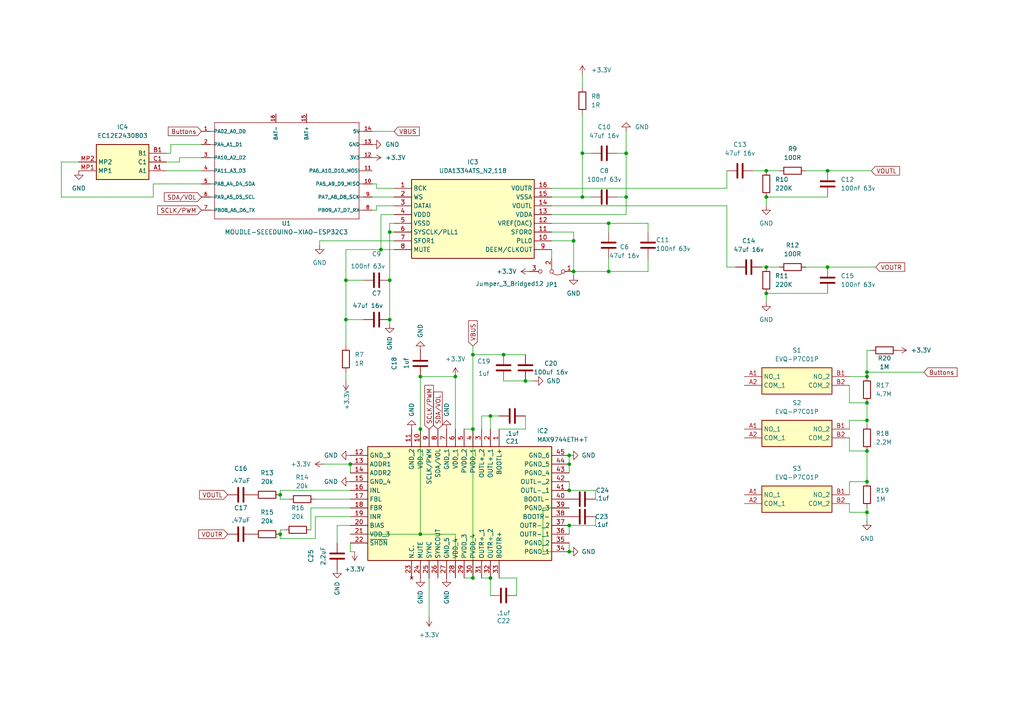
<source format=kicad_sch>
(kicad_sch (version 20231120) (generator "eeschema") (generator_version "8.0")
  (paper "A4")
  (lib_symbols
    (symbol "Device:C" (pin_numbers hide) (pin_names (offset 0.254))
      (property "Reference" "C" (at 0.635 2.54 0))
      (property "Value" "C" (at 0.635 -2.54 0))
      (symbol "C_0_1"
        (polyline (pts (xy -2.032 -0.762) (xy 2.032 -0.762)) (stroke (width 0.508)))
        (polyline (pts (xy -2.032 0.762) (xy 2.032 0.762)) (stroke (width 0.508)))
      )
      (symbol "C_1_1"
        (pin passive line (at 0 3.81 270) (length 2.794) (name "~") (number "1"))
        (pin passive line (at 0 -3.81 90) (length 2.794) (name "~") (number "2"))
      )
    )
    (symbol "Device:R" (pin_numbers hide) (pin_names (offset 0))
      (property "Reference" "R" (at 2.032 0 90))
      (property "Value" "R" (at 0 0 90))
      (symbol "R_0_1"
        (rectangle (start -1.016 -2.54) (end 1.016 2.54) (stroke (width 0.254)))
      )
      (symbol "R_1_1"
        (pin passive line (at 0 3.81 270) (length 1.27) (name "~") (number "1"))
        (pin passive line (at 0 -3.81 90) (length 1.27) (name "~") (number "2"))
      )
    )
    (symbol "Jumper:Jumper_3_Bridged12" (pin_names (offset 0) hide) (exclude_from_sim yes) (in_bom no)
      (property "Reference" "JP" (at -2.54 -2.54 0))
      (property "Value" "Jumper_3_Bridged12" (at 0 2.794 0))
      (symbol "Jumper_3_Bridged12_0_0"
        (circle (center -3.302 0) (radius 0.508))
        (circle (center 0 0) (radius 0.508))
        (circle (center 3.302 0) (radius 0.508))
      )
      (symbol "Jumper_3_Bridged12_0_1"
        (arc (start -0.254 0.508) (mid -1.651 0.9912) (end -3.048 0.508))
        (polyline (pts (xy 0 -1.27) (xy 0 -0.508)))
      )
      (symbol "Jumper_3_Bridged12_1_1"
        (pin passive line (at -6.35 0 0) (length 2.54) (name "A") (number "1"))
        (pin passive line (at 0 -3.81 90) (length 2.54) (name "C") (number "2"))
        (pin passive line (at 6.35 0 180) (length 2.54) (name "B") (number "3"))
      )
    )
    (symbol "SamacSys_Parts:EC12E2430803"
      (property "Reference" "IC" (at 21.59 7.62 0))
      (property "Value" "EC12E2430803" (at 21.59 5.08 0))
      (symbol "EC12E2430803_1_1"
        (rectangle (start 5.08 2.54) (end 20.32 -7.62) (stroke (width 0.254)) (fill (type background)))
        (pin passive line (at 0 0 0) (length 5.08) (name "A1") (number "A1"))
        (pin passive line (at 0 -5.08 0) (length 5.08) (name "B1") (number "B1"))
        (pin passive line (at 0 -2.54 0) (length 5.08) (name "C1") (number "C1"))
        (pin passive line (at 25.4 0 180) (length 5.08) (name "MP1") (number "MP1"))
        (pin passive line (at 25.4 -2.54 180) (length 5.08) (name "MP2") (number "MP2"))
      )
    )
    (symbol "SamacSys_Parts:EVQ-P7C01P"
      (property "Reference" "S" (at 26.67 7.62 0))
      (property "Value" "EVQ-P7C01P" (at 26.67 5.08 0))
      (symbol "EVQ-P7C01P_1_1"
        (rectangle (start 5.08 2.54) (end 25.4 -5.08) (stroke (width 0.254)) (fill (type background)))
        (pin passive line (at 0 0 0) (length 5.08) (name "NO_1") (number "A1"))
        (pin passive line (at 0 -2.54 0) (length 5.08) (name "COM_1") (number "A2"))
        (pin passive line (at 30.48 0 180) (length 5.08) (name "NO_2") (number "B1"))
        (pin passive line (at 30.48 -2.54 180) (length 5.08) (name "COM_2") (number "B2"))
      )
    )
    (symbol "SamacSys_Parts:MAX9744ETH+T"
      (property "Reference" "IC" (at 39.37 20.32 0))
      (property "Value" "MAX9744ETH+T" (at 39.37 17.78 0))
      (symbol "MAX9744ETH+T_1_1"
        (rectangle (start 5.08 15.24) (end 38.1 -38.1) (stroke (width 0.254)) (fill (type background)))
        (pin passive line (at 0 0 0) (length 5.08) (name "BOOTL+") (number "1"))
        (pin passive line (at 0 -22.86 0) (length 5.08) (name "VDD_2") (number "10"))
        (pin passive line (at 0 -25.4 0) (length 5.08) (name "GND_2") (number "11"))
        (pin passive line (at 7.62 -43.18 90) (length 5.08) (name "GND_3") (number "12"))
        (pin passive line (at 10.16 -43.18 90) (length 5.08) (name "ADDR1") (number "13"))
        (pin passive line (at 12.7 -43.18 90) (length 5.08) (name "ADDR2") (number "14"))
        (pin passive line (at 15.24 -43.18 90) (length 5.08) (name "GND_4") (number "15"))
        (pin passive line (at 17.78 -43.18 90) (length 5.08) (name "INL") (number "16"))
        (pin passive line (at 20.32 -43.18 90) (length 5.08) (name "FBL") (number "17"))
        (pin passive line (at 22.86 -43.18 90) (length 5.08) (name "FBR") (number "18"))
        (pin passive line (at 25.4 -43.18 90) (length 5.08) (name "INR") (number "19"))
        (pin passive line (at 0 -2.54 0) (length 5.08) (name "OUTL+_1") (number "2"))
        (pin passive line (at 27.94 -43.18 90) (length 5.08) (name "BIAS") (number "20"))
        (pin passive line (at 30.48 -43.18 90) (length 5.08) (name "VDD_3") (number "21"))
        (pin passive line (at 33.02 -43.18 90) (length 5.08) (name "~{SHDN}") (number "22"))
        (pin no_connect line (at 43.18 -25.4 180) (length 5.08) (name "N.C.") (number "23"))
        (pin passive line (at 43.18 -22.86 180) (length 5.08) (name "MUTE") (number "24"))
        (pin passive line (at 43.18 -20.32 180) (length 5.08) (name "SYNC") (number "25"))
        (pin passive line (at 43.18 -17.78 180) (length 5.08) (name "SYNCOUT") (number "26"))
        (pin passive line (at 43.18 -15.24 180) (length 5.08) (name "GND_5") (number "27"))
        (pin passive line (at 43.18 -12.7 180) (length 5.08) (name "VDD_4") (number "28"))
        (pin passive line (at 43.18 -10.16 180) (length 5.08) (name "PVDD_3") (number "29"))
        (pin passive line (at 0 -5.08 0) (length 5.08) (name "OUTL+_2") (number "3"))
        (pin passive line (at 43.18 -7.62 180) (length 5.08) (name "PVDD_4") (number "30"))
        (pin passive line (at 43.18 -5.08 180) (length 5.08) (name "OUTR+_1") (number "31"))
        (pin passive line (at 43.18 -2.54 180) (length 5.08) (name "OUTR+_2") (number "32"))
        (pin passive line (at 43.18 0 180) (length 5.08) (name "BOOTR+") (number "33"))
        (pin passive line (at 35.56 20.32 270) (length 5.08) (name "PGND_1") (number "34"))
        (pin passive line (at 33.02 20.32 270) (length 5.08) (name "PGND_2") (number "35"))
        (pin passive line (at 30.48 20.32 270) (length 5.08) (name "OUTR-_1") (number "36"))
        (pin passive line (at 27.94 20.32 270) (length 5.08) (name "OUTR-_2") (number "37"))
        (pin passive line (at 25.4 20.32 270) (length 5.08) (name "BOOTR-") (number "38"))
        (pin passive line (at 22.86 20.32 270) (length 5.08) (name "PGND_3") (number "39"))
        (pin passive line (at 0 -7.62 0) (length 5.08) (name "PVDD_1") (number "4"))
        (pin passive line (at 20.32 20.32 270) (length 5.08) (name "BOOTL-") (number "40"))
        (pin passive line (at 17.78 20.32 270) (length 5.08) (name "OUTL-_1") (number "41"))
        (pin passive line (at 15.24 20.32 270) (length 5.08) (name "OUTL-_2") (number "42"))
        (pin passive line (at 12.7 20.32 270) (length 5.08) (name "PGND_4") (number "43"))
        (pin passive line (at 10.16 20.32 270) (length 5.08) (name "PGND_5") (number "44"))
        (pin passive line (at 7.62 20.32 270) (length 5.08) (name "GND_6") (number "45"))
        (pin passive line (at 0 -10.16 0) (length 5.08) (name "PVDD_2") (number "5"))
        (pin passive line (at 0 -12.7 0) (length 5.08) (name "VDD_1") (number "6"))
        (pin passive line (at 0 -15.24 0) (length 5.08) (name "GND_1") (number "7"))
        (pin passive line (at 0 -17.78 0) (length 5.08) (name "SDA/VOL") (number "8"))
        (pin passive line (at 0 -20.32 0) (length 5.08) (name "SCLK/PWM") (number "9"))
      )
    )
    (symbol "SamacSys_Parts:MOUDLE-SEEEDUINO-XIAO-ESP32C3" (pin_names (offset 1.016))
      (property "Reference" "U" (at -21.59 15.24 0))
      (property "Value" "MOUDLE-SEEEDUINO-XIAO-ESP32C3" (at -22.352 26.416 0))
      (symbol "MOUDLE-SEEEDUINO-XIAO-ESP32C3_0_0"
        (polyline (pts (xy -21.59 -13.97) (xy -21.59 0)) (stroke (width 0.1524)))
        (polyline (pts (xy -21.59 -11.43) (xy -22.86 -11.43)) (stroke (width 0.1524)))
        (polyline (pts (xy -21.59 -7.62) (xy -22.86 -7.62)) (stroke (width 0.1524)))
        (polyline (pts (xy -21.59 -3.81) (xy -22.86 -3.81)) (stroke (width 0.1524)))
        (polyline (pts (xy -21.59 0) (xy -22.86 0)) (stroke (width 0.1524)))
        (polyline (pts (xy -21.59 0) (xy -21.59 3.81)) (stroke (width 0.1524)))
        (polyline (pts (xy -21.59 3.81) (xy -22.86 3.81)) (stroke (width 0.1524)))
        (polyline (pts (xy -21.59 3.81) (xy -21.59 7.62)) (stroke (width 0.1524)))
        (polyline (pts (xy -21.59 7.62) (xy -22.86 7.62)) (stroke (width 0.1524)))
        (polyline (pts (xy -21.59 7.62) (xy -21.59 11.43)) (stroke (width 0.1524)))
        (polyline (pts (xy -21.59 11.43) (xy -22.86 11.43)) (stroke (width 0.1524)))
        (polyline (pts (xy -21.59 11.43) (xy -21.59 13.97)) (stroke (width 0.1524)))
        (polyline (pts (xy -21.59 13.97) (xy 20.32 13.97)) (stroke (width 0.1524)))
        (polyline (pts (xy 20.32 -13.97) (xy -21.59 -13.97)) (stroke (width 0.1524)))
        (polyline (pts (xy 20.32 3.81) (xy 20.32 -13.97)) (stroke (width 0.1524)))
        (polyline (pts (xy 20.32 7.62) (xy 20.32 3.81)) (stroke (width 0.1524)))
        (polyline (pts (xy 20.32 11.43) (xy 20.32 7.62)) (stroke (width 0.1524)))
        (polyline (pts (xy 20.32 13.97) (xy 20.32 11.43)) (stroke (width 0.1524)))
        (polyline (pts (xy 21.59 -11.43) (xy 20.32 -11.43)) (stroke (width 0.1524)))
        (polyline (pts (xy 21.59 -7.62) (xy 20.32 -7.62)) (stroke (width 0.1524)))
        (polyline (pts (xy 21.59 -3.81) (xy 20.32 -3.81)) (stroke (width 0.1524)))
        (polyline (pts (xy 21.59 0) (xy 20.32 0)) (stroke (width 0.1524)))
        (polyline (pts (xy 21.59 3.81) (xy 20.32 3.81)) (stroke (width 0.1524)))
        (polyline (pts (xy 21.59 7.62) (xy 20.32 7.62)) (stroke (width 0.1524)))
        (polyline (pts (xy 21.59 11.43) (xy 20.32 11.43)) (stroke (width 0.1524)))
        (pin bidirectional line (at -25.4 11.43 0) (length 2.54) (name "PA02_A0_D0") (number "1"))
        (pin bidirectional line (at 24.13 -3.81 180) (length 2.54) (name "PA5_A9_D9_MISO") (number "10"))
        (pin bidirectional line (at 24.13 0 180) (length 2.54) (name "PA6_A10_D10_MOSI") (number "11"))
        (pin bidirectional line (at 24.13 3.81 180) (length 2.54) (name "3V3") (number "12"))
        (pin bidirectional line (at 24.13 7.62 180) (length 2.54) (name "GND") (number "13"))
        (pin bidirectional line (at 24.13 11.43 180) (length 2.54) (name "5V") (number "14"))
        (pin bidirectional line (at -25.4 7.62 0) (length 2.54) (name "PA4_A1_D1") (number "2"))
        (pin bidirectional line (at -25.4 3.81 0) (length 2.54) (name "PA10_A2_D2") (number "3"))
        (pin bidirectional line (at -25.4 0 0) (length 2.54) (name "PA11_A3_D3") (number "4"))
        (pin bidirectional line (at -25.4 -3.81 0) (length 2.54) (name "PA8_A4_D4_SDA") (number "5"))
        (pin bidirectional line (at -25.4 -7.62 0) (length 2.54) (name "PA9_A5_D5_SCL") (number "6"))
        (pin bidirectional line (at -25.4 -11.43 0) (length 2.54) (name "PB08_A6_D6_TX") (number "7"))
        (pin bidirectional line (at 24.13 -11.43 180) (length 2.54) (name "PB09_A7_D7_RX") (number "8"))
        (pin bidirectional line (at 24.13 -7.62 180) (length 2.54) (name "PA7_A8_D8_SCK") (number "9"))
      )
      (symbol "MOUDLE-SEEEDUINO-XIAO-ESP32C3_1_0"
        (pin bidirectional line (at 5.08 16.51 270) (length 2.54) (name "BAT+") (number "15"))
        (pin bidirectional line (at -3.81 16.51 270) (length 2.54) (name "BAT-") (number "16"))
      )
    )
    (symbol "SamacSys_Parts:UDA1334ATS_N2,118"
      (property "Reference" "IC" (at 41.91 7.62 0))
      (property "Value" "UDA1334ATS_N2,118" (at 41.91 5.08 0))
      (symbol "UDA1334ATS_N2,118_1_1"
        (rectangle (start 5.08 2.54) (end 40.64 -20.32) (stroke (width 0.254)) (fill (type background)))
        (pin passive line (at 0 0 0) (length 5.08) (name "BCK") (number "1"))
        (pin passive line (at 45.72 -15.24 180) (length 5.08) (name "PLL0") (number "10"))
        (pin passive line (at 45.72 -12.7 180) (length 5.08) (name "SFOR0") (number "11"))
        (pin passive line (at 45.72 -10.16 180) (length 5.08) (name "VREF(DAC)") (number "12"))
        (pin passive line (at 45.72 -7.62 180) (length 5.08) (name "VDDA") (number "13"))
        (pin passive line (at 45.72 -5.08 180) (length 5.08) (name "VOUTL") (number "14"))
        (pin passive line (at 45.72 -2.54 180) (length 5.08) (name "VSSA") (number "15"))
        (pin passive line (at 45.72 0 180) (length 5.08) (name "VOUTR") (number "16"))
        (pin passive line (at 0 -2.54 0) (length 5.08) (name "WS") (number "2"))
        (pin passive line (at 0 -5.08 0) (length 5.08) (name "DATAI") (number "3"))
        (pin passive line (at 0 -7.62 0) (length 5.08) (name "VDDD") (number "4"))
        (pin passive line (at 0 -10.16 0) (length 5.08) (name "VSSD") (number "5"))
        (pin passive line (at 0 -12.7 0) (length 5.08) (name "SYSCLK/PLL1") (number "6"))
        (pin passive line (at 0 -15.24 0) (length 5.08) (name "SFOR1") (number "7"))
        (pin passive line (at 0 -17.78 0) (length 5.08) (name "MUTE") (number "8"))
        (pin passive line (at 45.72 -17.78 180) (length 5.08) (name "DEEM/CLKOUT") (number "9"))
      )
    )
    (symbol "power:+3.3V" (power) (pin_numbers hide) (pin_names (offset 0) hide)
      (property "Value" "+3.3V" (at 0 3.556 0))
      (symbol "+3.3V_0_1"
        (polyline (pts (xy -0.762 1.27) (xy 0 2.54)))
        (polyline (pts (xy 0 0) (xy 0 2.54)))
        (polyline (pts (xy 0 2.54) (xy 0.762 1.27)))
      )
      (symbol "+3.3V_1_1"
        (pin power_in line (at 0 0 90) (length 0) (name "~") (number "1"))
      )
    )
    (symbol "power:GND" (power) (pin_numbers hide) (pin_names (offset 0) hide)
      (property "Value" "GND" (at 0 -3.81 0))
      (symbol "GND_0_1"
        (polyline (pts (xy 0 0) (xy 0 -1.27) (xy 1.27 -1.27) (xy 0 -2.54) (xy -1.27 -1.27) (xy 0 -1.27)))
      )
      (symbol "GND_1_1"
        (pin power_in line (at 0 0 270) (length 0) (name "~") (number "1"))
      )
    )
  )
  (junction (at 240.03 49.53))
  (junction (at 165.1 152.4))
  (junction (at 222.25 77.47))
  (junction (at 121.92 124.46))
  (junction (at 146.05 102.87))
  (junction (at 121.92 109.22))
  (junction (at 165.1 132.08))
  (junction (at 137.16 102.87))
  (junction (at 222.25 57.15))
  (junction (at 251.46 109.22))
  (junction (at 121.92 154.94))
  (junction (at 152.4 110.49))
  (junction (at 181.61 44.45))
  (junction (at 251.46 107.95))
  (junction (at 142.24 167.64))
  (junction (at 81.28 143.51))
  (junction (at 168.91 44.45))
  (junction (at 113.03 92.71))
  (junction (at 110.49 72.39))
  (junction (at 176.53 78.74))
  (junction (at 113.03 81.28))
  (junction (at 165.1 160.02))
  (junction (at 166.37 78.74))
  (junction (at 181.61 57.15))
  (junction (at 137.16 167.64))
  (junction (at 222.25 85.09))
  (junction (at 142.24 120.65))
  (junction (at 165.1 134.62))
  (junction (at 251.46 139.7))
  (junction (at 132.08 109.22))
  (junction (at 166.37 69.85))
  (junction (at 168.91 57.15))
  (junction (at 251.46 130.81))
  (junction (at 165.1 142.24))
  (junction (at 222.25 49.53))
  (junction (at 176.53 64.77))
  (junction (at 101.6 134.62))
  (junction (at 251.46 116.84))
  (junction (at 251.46 148.59))
  (junction (at 240.03 77.47))
  (junction (at 251.46 121.92))
  (junction (at 81.28 154.94))
  (junction (at 100.33 92.71))
  (junction (at 113.03 67.31))
  (junction (at 137.16 124.46))
  (junction (at 100.33 81.28))
  (wire (pts (xy 134.62 124.46) (xy 137.16 124.46)))
  (wire (pts (xy 246.38 127) (xy 246.38 130.81)))
  (wire (pts (xy 48.26 44.45) (xy 49.53 44.45)))
  (wire (pts (xy 101.6 137.16) (xy 101.6 134.62)))
  (wire (pts (xy 251.46 123.19) (xy 251.46 121.92)))
  (wire (pts (xy 187.96 74.93) (xy 187.96 78.74)))
  (wire (pts (xy 146.05 102.87) (xy 152.4 102.87)))
  (wire (pts (xy 139.7 167.64) (xy 142.24 167.64)))
  (wire (pts (xy 220.98 77.47) (xy 222.25 77.47)))
  (wire (pts (xy 246.38 109.22) (xy 251.46 109.22)))
  (wire (pts (xy 100.33 110.49) (xy 100.33 107.95)))
  (wire (pts (xy 81.28 156.21) (xy 81.28 154.94)))
  (wire (pts (xy 210.82 77.47) (xy 213.36 77.47)))
  (wire (pts (xy 101.6 149.86) (xy 91.44 149.86)))
  (wire (pts (xy 107.95 57.15) (xy 114.3 57.15)))
  (wire (pts (xy 152.4 124.46) (xy 152.4 120.65)))
  (wire (pts (xy 100.33 72.39) (xy 100.33 81.28)))
  (wire (pts (xy 166.37 78.74) (xy 166.37 80.01)))
  (wire (pts (xy 246.38 130.81) (xy 251.46 130.81)))
  (wire (pts (xy 251.46 107.95) (xy 251.46 109.22)))
  (wire (pts (xy 101.6 157.48) (xy 101.6 160.02)))
  (wire (pts (xy 101.6 152.4) (xy 97.79 152.4)))
  (wire (pts (xy 172.72 152.4) (xy 172.72 149.86)))
  (wire (pts (xy 82.55 153.67) (xy 81.28 153.67)))
  (wire (pts (xy 160.02 54.61) (xy 210.82 54.61)))
  (wire (pts (xy 113.03 81.28) (xy 113.03 92.71)))
  (wire (pts (xy 210.82 59.69) (xy 210.82 77.47)))
  (wire (pts (xy 149.86 167.64) (xy 144.78 167.64)))
  (wire (pts (xy 246.38 143.51) (xy 246.38 139.7)))
  (wire (pts (xy 93.98 134.62) (xy 101.6 134.62)))
  (wire (pts (xy 222.25 77.47) (xy 226.06 77.47)))
  (wire (pts (xy 176.53 64.77) (xy 187.96 64.77)))
  (wire (pts (xy 92.71 69.85) (xy 92.71 71.12)))
  (wire (pts (xy 160.02 72.39) (xy 160.02 74.93)))
  (wire (pts (xy 160.02 59.69) (xy 210.82 59.69)))
  (wire (pts (xy 154.94 110.49) (xy 152.4 110.49)))
  (wire (pts (xy 251.46 147.32) (xy 251.46 148.59)))
  (wire (pts (xy 166.37 69.85) (xy 166.37 78.74)))
  (wire (pts (xy 246.38 124.46) (xy 246.38 121.92)))
  (wire (pts (xy 165.1 132.08) (xy 165.1 134.62)))
  (wire (pts (xy 17.78 57.15) (xy 44.45 57.15)))
  (wire (pts (xy 134.62 167.64) (xy 137.16 167.64)))
  (wire (pts (xy 110.49 72.39) (xy 110.49 62.23)))
  (wire (pts (xy 101.6 142.24) (xy 81.28 142.24)))
  (wire (pts (xy 101.6 160.02) (xy 102.87 160.02)))
  (wire (pts (xy 168.91 44.45) (xy 171.45 44.45)))
  (wire (pts (xy 109.22 54.61) (xy 109.22 53.34)))
  (wire (pts (xy 132.08 109.22) (xy 121.92 109.22)))
  (wire (pts (xy 172.72 142.24) (xy 165.1 142.24)))
  (wire (pts (xy 132.08 154.94) (xy 121.92 154.94)))
  (wire (pts (xy 168.91 57.15) (xy 171.45 57.15)))
  (wire (pts (xy 166.37 78.74) (xy 176.53 78.74)))
  (wire (pts (xy 113.03 67.31) (xy 113.03 64.77)))
  (wire (pts (xy 187.96 78.74) (xy 176.53 78.74)))
  (wire (pts (xy 240.03 77.47) (xy 254 77.47)))
  (wire (pts (xy 101.6 154.94) (xy 121.92 154.94)))
  (wire (pts (xy 160.02 69.85) (xy 166.37 69.85)))
  (wire (pts (xy 121.92 124.46) (xy 121.92 154.94)))
  (wire (pts (xy 246.38 121.92) (xy 251.46 121.92)))
  (wire (pts (xy 107.95 38.1) (xy 114.3 38.1)))
  (wire (pts (xy 168.91 44.45) (xy 168.91 57.15)))
  (wire (pts (xy 222.25 57.15) (xy 240.03 57.15)))
  (wire (pts (xy 142.24 167.64) (xy 142.24 172.72)))
  (wire (pts (xy 114.3 69.85) (xy 92.71 69.85)))
  (wire (pts (xy 44.45 57.15) (xy 44.45 53.34)))
  (wire (pts (xy 165.1 147.32) (xy 157.48 147.32)))
  (wire (pts (xy 114.3 54.61) (xy 109.22 54.61)))
  (wire (pts (xy 222.25 49.53) (xy 226.06 49.53)))
  (wire (pts (xy 44.45 53.34) (xy 58.42 53.34)))
  (wire (pts (xy 100.33 81.28) (xy 105.41 81.28)))
  (wire (pts (xy 139.7 120.65) (xy 142.24 120.65)))
  (wire (pts (xy 109.22 60.96) (xy 109.22 59.69)))
  (wire (pts (xy 132.08 109.22) (xy 132.08 124.46)))
  (wire (pts (xy 113.03 93.98) (xy 113.03 92.71)))
  (wire (pts (xy 146.05 110.49) (xy 152.4 110.49)))
  (wire (pts (xy 251.46 130.81) (xy 251.46 139.7)))
  (wire (pts (xy 49.53 44.45) (xy 49.53 41.91)))
  (wire (pts (xy 137.16 102.87) (xy 137.16 124.46)))
  (wire (pts (xy 246.38 146.05) (xy 246.38 148.59)))
  (wire (pts (xy 113.03 64.77) (xy 114.3 64.77)))
  (wire (pts (xy 176.53 64.77) (xy 176.53 67.31)))
  (wire (pts (xy 181.61 44.45) (xy 179.07 44.45)))
  (wire (pts (xy 168.91 33.02) (xy 168.91 44.45)))
  (wire (pts (xy 124.46 179.07) (xy 124.46 167.64)))
  (wire (pts (xy 83.82 144.78) (xy 81.28 144.78)))
  (wire (pts (xy 160.02 67.31) (xy 166.37 67.31)))
  (wire (pts (xy 181.61 38.1) (xy 181.61 44.45)))
  (wire (pts (xy 181.61 62.23) (xy 160.02 62.23)))
  (wire (pts (xy 251.46 101.6) (xy 251.46 107.95)))
  (wire (pts (xy 100.33 100.33) (xy 100.33 92.71)))
  (wire (pts (xy 90.17 147.32) (xy 101.6 147.32)))
  (wire (pts (xy 81.28 144.78) (xy 81.28 143.51)))
  (wire (pts (xy 137.16 102.87) (xy 146.05 102.87)))
  (wire (pts (xy 81.28 142.24) (xy 81.28 143.51)))
  (wire (pts (xy 22.86 46.99) (xy 17.78 46.99)))
  (wire (pts (xy 149.86 172.72) (xy 149.86 167.64)))
  (wire (pts (xy 91.44 149.86) (xy 91.44 156.21)))
  (wire (pts (xy 100.33 81.28) (xy 100.33 92.71)))
  (wire (pts (xy 181.61 57.15) (xy 181.61 62.23)))
  (wire (pts (xy 168.91 21.59) (xy 168.91 25.4)))
  (wire (pts (xy 109.22 53.34) (xy 107.95 53.34)))
  (wire (pts (xy 144.78 124.46) (xy 152.4 124.46)))
  (wire (pts (xy 187.96 64.77) (xy 187.96 67.31)))
  (wire (pts (xy 165.1 134.62) (xy 165.1 137.16)))
  (wire (pts (xy 48.26 49.53) (xy 58.42 49.53)))
  (wire (pts (xy 166.37 67.31) (xy 166.37 69.85)))
  (wire (pts (xy 246.38 116.84) (xy 251.46 116.84)))
  (wire (pts (xy 114.3 67.31) (xy 113.03 67.31)))
  (wire (pts (xy 246.38 111.76) (xy 246.38 116.84)))
  (wire (pts (xy 233.68 49.53) (xy 240.03 49.53)))
  (wire (pts (xy 90.17 153.67) (xy 90.17 147.32)))
  (wire (pts (xy 251.46 107.95) (xy 267.97 107.95)))
  (wire (pts (xy 142.24 124.46) (xy 142.24 120.65)))
  (wire (pts (xy 114.3 59.69) (xy 109.22 59.69)))
  (wire (pts (xy 165.1 152.4) (xy 165.1 154.94)))
  (wire (pts (xy 121.92 109.22) (xy 121.92 124.46)))
  (wire (pts (xy 157.48 147.32) (xy 157.48 160.02)))
  (wire (pts (xy 52.07 45.72) (xy 58.42 45.72)))
  (wire (pts (xy 137.16 100.33) (xy 137.16 102.87)))
  (wire (pts (xy 17.78 46.99) (xy 17.78 57.15)))
  (wire (pts (xy 52.07 46.99) (xy 52.07 45.72)))
  (wire (pts (xy 218.44 49.53) (xy 222.25 49.53)))
  (wire (pts (xy 139.7 124.46) (xy 139.7 120.65)))
  (wire (pts (xy 81.28 153.67) (xy 81.28 154.94)))
  (wire (pts (xy 181.61 44.45) (xy 181.61 57.15)))
  (wire (pts (xy 49.53 41.91) (xy 58.42 41.91)))
  (wire (pts (xy 100.33 92.71) (xy 105.41 92.71)))
  (wire (pts (xy 165.1 139.7) (xy 165.1 142.24)))
  (wire (pts (xy 100.33 72.39) (xy 110.49 72.39)))
  (wire (pts (xy 101.6 144.78) (xy 91.44 144.78)))
  (wire (pts (xy 142.24 120.65) (xy 144.78 120.65)))
  (wire (pts (xy 160.02 64.77) (xy 176.53 64.77)))
  (wire (pts (xy 113.03 67.31) (xy 113.03 81.28)))
  (wire (pts (xy 172.72 144.78) (xy 172.72 142.24)))
  (wire (pts (xy 233.68 77.47) (xy 240.03 77.47)))
  (wire (pts (xy 246.38 139.7) (xy 251.46 139.7)))
  (wire (pts (xy 246.38 148.59) (xy 251.46 148.59)))
  (wire (pts (xy 252.73 101.6) (xy 251.46 101.6)))
  (wire (pts (xy 251.46 148.59) (xy 251.46 151.13)))
  (wire (pts (xy 176.53 74.93) (xy 176.53 78.74)))
  (wire (pts (xy 48.26 46.99) (xy 52.07 46.99)))
  (wire (pts (xy 222.25 85.09) (xy 240.03 85.09)))
  (wire (pts (xy 165.1 157.48) (xy 165.1 160.02)))
  (wire (pts (xy 97.79 152.4) (xy 97.79 157.48)))
  (wire (pts (xy 181.61 57.15) (xy 179.07 57.15)))
  (wire (pts (xy 137.16 124.46) (xy 137.16 167.64)))
  (wire (pts (xy 240.03 49.53) (xy 252.73 49.53)))
  (wire (pts (xy 210.82 54.61) (xy 210.82 49.53)))
  (wire (pts (xy 222.25 87.63) (xy 222.25 85.09)))
  (wire (pts (xy 132.08 167.64) (xy 132.08 154.94)))
  (wire (pts (xy 157.48 160.02) (xy 165.1 160.02)))
  (wire (pts (xy 222.25 59.69) (xy 222.25 57.15)))
  (wire (pts (xy 81.28 156.21) (xy 91.44 156.21)))
  (wire (pts (xy 109.22 60.96) (xy 107.95 60.96)))
  (wire (pts (xy 168.91 57.15) (xy 160.02 57.15)))
  (wire (pts (xy 251.46 121.92) (xy 251.46 116.84)))
  (wire (pts (xy 165.1 152.4) (xy 172.72 152.4)))
  (wire (pts (xy 110.49 62.23) (xy 114.3 62.23)))
  (wire (pts (xy 114.3 72.39) (xy 110.49 72.39)))
  (global_label "VOUTR" (shape input) (at 254 77.47 0) (property "Intersheetrefs" "${INTERSHEET_REFS}" (effects (hide yes))))
  (global_label "SCLK/PWM" (shape input) (at 124.46 124.46 90) (property "Intersheetrefs" "${INTERSHEET_REFS}" (effects (hide yes))))
  (global_label "VOUTR" (shape input) (at 66.04 154.94 180) (property "Intersheetrefs" "${INTERSHEET_REFS}" (effects (hide yes))))
  (global_label "VOUTL" (shape input) (at 252.73 49.53 0) (property "Intersheetrefs" "${INTERSHEET_REFS}" (effects (hide yes))))
  (global_label "VBUS" (shape input) (at 114.3 38.1 0) (property "Intersheetrefs" "${INTERSHEET_REFS}" (effects (hide yes))))
  (global_label "VOUTL" (shape input) (at 66.04 143.51 180) (property "Intersheetrefs" "${INTERSHEET_REFS}" (effects (hide yes))))
  (global_label "Buttons" (shape input) (at 267.97 107.95 0) (property "Intersheetrefs" "${INTERSHEET_REFS}" (effects (hide yes))))
  (global_label "SDA/VOL" (shape input) (at 127 124.46 90) (property "Intersheetrefs" "${INTERSHEET_REFS}" (effects (hide yes))))
  (global_label "SDA/VOL" (shape input) (at 58.42 57.15 180) (property "Intersheetrefs" "${INTERSHEET_REFS}" (effects (hide yes))))
  (global_label "Buttons" (shape input) (at 58.42 38.1 180) (property "Intersheetrefs" "${INTERSHEET_REFS}" (effects (hide yes))))
  (global_label "VBUS" (shape input) (at 137.16 100.33 90) (property "Intersheetrefs" "${INTERSHEET_REFS}" (effects (hide yes))))
  (global_label "SCLK/PWM" (shape input) (at 58.42 60.96 180) (property "Intersheetrefs" "${INTERSHEET_REFS}" (effects (hide yes))))
  (symbol (lib_id "Device:C") (at 240.03 53.34 180) (unit 1)
    (property "Reference" "C12" (at 243.84 52.0699 0) (effects (justify right)))
    (property "Value" "100nf 63v" (at 243.84 54.6099 0) (effects (justify right)))
    (property "Footprint" "Capacitor_SMD:C_0805_2012Metric" (effects (hide yes)))
    (property "Description" "Unpolarized capacitor" (effects (hide yes)))
  )
  (symbol (lib_id "Device:C") (at 148.59 120.65 270) (unit 1)
    (property "Reference" "C21" (at 148.59 128.016 90))
    (property "Value" ".1uf" (at 148.59 125.73 90))
    (property "Footprint" "Capacitor_SMD:C_0805_2012Metric" (effects (hide yes)))
    (property "Description" "Unpolarized capacitor" (effects (hide yes)))
  )
  (symbol (lib_id "power:GND") (at 181.61 38.1 180) (unit 1)
    (property "Reference" "#PWR015" (effects (hide yes)))
    (property "Value" "GND" (at 184.15 36.8299 0) (effects (justify right)))
    (property "Description" "Power symbol creates a global label with name \"GND\" , ground" (effects (hide yes)))
  )
  (symbol (lib_id "power:GND") (at 101.6 132.08 270) (unit 1)
    (property "Reference" "#PWR028" (effects (hide yes)))
    (property "Value" "GND" (at 98.044 132.08 90) (effects (justify right)))
    (property "Description" "Power symbol creates a global label with name \"GND\" , ground" (effects (hide yes)))
  )
  (symbol (lib_id "power:GND") (at 165.1 160.02 90) (unit 1)
    (property "Reference" "#PWR024" (effects (hide yes)))
    (property "Value" "GND" (at 168.656 160.02 90) (effects (justify right)))
    (property "Description" "Power symbol creates a global label with name \"GND\" , ground" (effects (hide yes)))
  )
  (symbol (lib_id "power:GND") (at 222.25 59.69 0) (unit 1)
    (property "Reference" "#PWR018" (effects (hide yes)))
    (property "Value" "GND" (at 222.25 64.77 0))
    (property "Description" "Power symbol creates a global label with name \"GND\" , ground" (effects (hide yes)))
  )
  (symbol (lib_id "power:GND") (at 101.6 139.7 270) (unit 1)
    (property "Reference" "#PWR030" (effects (hide yes)))
    (property "Value" "GND" (at 98.044 139.7 90) (effects (justify right)))
    (property "Description" "Power symbol creates a global label with name \"GND\" , ground" (effects (hide yes)))
  )
  (symbol (lib_id "Device:C") (at 175.26 44.45 90) (unit 1)
    (property "Reference" "C10" (at 175.26 36.83 90))
    (property "Value" "47uf 16v" (at 175.26 39.37 90))
    (property "Footprint" "Capacitor_SMD:C_1210_3225Metric" (effects (hide yes)))
    (property "Description" "Unpolarized capacitor" (effects (hide yes)))
  )
  (symbol (lib_id "Device:C") (at 168.91 149.86 90) (unit 1)
    (property "Reference" "C23" (at 174.498 149.86 90))
    (property "Value" ".1uf" (at 174.498 152.146 90))
    (property "Footprint" "Capacitor_SMD:C_0805_2012Metric" (effects (hide yes)))
    (property "Description" "Unpolarized capacitor" (effects (hide yes)))
  )
  (symbol (lib_id "power:+3.3V") (at 100.33 110.49 180) (unit 1)
    (property "Reference" "#PWR013" (effects (hide yes)))
    (property "Value" "+3.3V" (at 100.584 113.03 90) (effects (justify left)))
    (property "Description" "Power symbol creates a global label with name \"+3.3V\"" (effects (hide yes)))
  )
  (symbol (lib_id "power:+3.3V") (at 153.67 78.74 90) (unit 1)
    (property "Reference" "#PWR017" (effects (hide yes)))
    (property "Value" "+3.3V" (at 149.86 78.7399 90) (effects (justify left)))
    (property "Description" "Power symbol creates a global label with name \"+3.3V\"" (effects (hide yes)))
  )
  (symbol (lib_id "Device:C") (at 214.63 49.53 90) (unit 1)
    (property "Reference" "C13" (at 214.63 41.91 90))
    (property "Value" "47uf 16v" (at 214.63 44.45 90))
    (property "Footprint" "Capacitor_SMD:C_1210_3225Metric" (effects (hide yes)))
    (property "Description" "Unpolarized capacitor" (effects (hide yes)))
  )
  (symbol (lib_id "power:GND") (at 154.94 110.49 90) (unit 1)
    (property "Reference" "#PWR022" (effects (hide yes)))
    (property "Value" "GND" (at 158.496 110.49 90) (effects (justify right)))
    (property "Description" "Power symbol creates a global label with name \"GND\" , ground" (effects (hide yes)))
  )
  (symbol (lib_id "Device:C") (at 175.26 57.15 90) (unit 1)
    (property "Reference" "C8" (at 175.26 49.53 90))
    (property "Value" "100nf 63v" (at 175.26 52.07 90))
    (property "Footprint" "Capacitor_SMD:C_0805_2012Metric" (effects (hide yes)))
    (property "Description" "Unpolarized capacitor" (effects (hide yes)))
  )
  (symbol (lib_id "power:GND") (at 166.37 80.01 0) (unit 1)
    (property "Reference" "#PWR012" (effects (hide yes)))
    (property "Value" "GND" (at 166.37 85.09 0))
    (property "Description" "Power symbol creates a global label with name \"GND\" , ground" (effects (hide yes)))
  )
  (symbol (lib_id "power:GND") (at 22.86 49.53 0) (unit 1)
    (property "Reference" "#PWR037" (effects (hide yes)))
    (property "Value" "GND" (at 22.86 54.61 0))
    (property "Description" "Power symbol creates a global label with name \"GND\" , ground" (effects (hide yes)))
  )
  (symbol (lib_id "power:+3.3V") (at 93.98 134.62 90) (unit 1)
    (property "Reference" "#PWR031" (effects (hide yes)))
    (property "Value" "+3.3V" (at 90.17 134.6199 90) (effects (justify left)))
    (property "Description" "Power symbol creates a global label with name \"+3.3V\"" (effects (hide yes)))
  )
  (symbol (lib_id "power:GND") (at 119.38 124.46 180) (unit 1)
    (property "Reference" "#PWR027" (effects (hide yes)))
    (property "Value" "GND" (at 119.38 120.904 90) (effects (justify right)))
    (property "Description" "Power symbol creates a global label with name \"GND\" , ground" (effects (hide yes)))
  )
  (symbol (lib_id "Device:R") (at 87.63 144.78 90) (unit 1)
    (property "Reference" "R14" (at 87.63 138.43 90))
    (property "Value" "20k" (at 87.63 140.97 90))
    (property "Footprint" "Resistor_SMD:R_0805_2012Metric" (effects (hide yes)))
    (property "Description" "Resistor" (effects (hide yes)))
  )
  (symbol (lib_id "Device:R") (at 256.54 101.6 270) (unit 1)
    (property "Reference" "R20" (at 256.54 103.886 90))
    (property "Value" "1M" (at 256.54 106.426 90))
    (property "Footprint" "Resistor_SMD:R_0805_2012Metric" (effects (hide yes)))
    (property "Description" "Resistor" (effects (hide yes)))
  )
  (symbol (lib_id "Device:C") (at 176.53 71.12 180) (unit 1)
    (property "Reference" "C6" (at 181.102 71.628 0))
    (property "Value" "47uf 16v" (at 181.102 74.168 0))
    (property "Footprint" "Capacitor_SMD:C_1210_3225Metric" (effects (hide yes)))
    (property "Description" "Unpolarized capacitor" (effects (hide yes)))
  )
  (symbol (lib_id "power:+3.3V") (at 124.46 179.07 180) (unit 1)
    (property "Reference" "#PWR034" (effects (hide yes)))
    (property "Value" "+3.3V" (at 124.46 184.15 0))
    (property "Description" "Power symbol creates a global label with name \"+3.3V\"" (effects (hide yes)))
  )
  (symbol (lib_id "power:GND") (at 121.92 101.6 180) (unit 1)
    (property "Reference" "#PWR020" (effects (hide yes)))
    (property "Value" "GND" (at 121.92 98.044 90) (effects (justify right)))
    (property "Description" "Power symbol creates a global label with name \"GND\" , ground" (effects (hide yes)))
  )
  (symbol (lib_id "SamacSys_Parts:EC12E2430803") (at 48.26 49.53 180) (unit 1)
    (property "Reference" "IC4" (at 35.56 36.83 0))
    (property "Value" "EC12E2430803" (at 35.56 39.37 0))
    (property "Footprint" "EC12E2430803" (effects (hide yes)))
    (property "Datasheet" "https://componentsearchengine.com/Datasheets/2/EC12E2430803.pdf" (effects (hide yes)))
    (property "Description" "Encoders 5 Volts Through Hole" (effects (hide yes)))
    (property "Height" "25" (effects (hide yes)))
    (property "Manufacturer_Name" "ALPS Electric" (effects (hide yes)))
    (property "Manufacturer_Part_Number" "EC12E2430803" (effects (hide yes)))
    (property "Mouser Part Number" "688-EC12E2430803" (effects (hide yes)))
    (property "Mouser Price/Stock" "https://www.mouser.co.uk/ProductDetail/ALPS/EC12E2430803?qs=PoKhxlfUXjJZ4F8eCYnwbw%3D%3D" (effects (hide yes)))
  )
  (symbol (lib_id "power:+3.3V") (at 107.95 45.72 270) (unit 1)
    (property "Reference" "#PWR03" (effects (hide yes)))
    (property "Value" "+3.3V" (at 111.76 45.7199 90) (effects (justify left)))
    (property "Description" "Power symbol creates a global label with name \"+3.3V\"" (effects (hide yes)))
  )
  (symbol (lib_id "power:GND") (at 251.46 151.13 0) (unit 1)
    (property "Reference" "#PWR035" (effects (hide yes)))
    (property "Value" "GND" (at 251.46 156.21 0))
    (property "Description" "Power symbol creates a global label with name \"GND\" , ground" (effects (hide yes)))
  )
  (symbol (lib_id "Device:C") (at 146.05 172.72 270) (unit 1)
    (property "Reference" "C22" (at 146.05 180.086 90))
    (property "Value" ".1uf" (at 146.05 177.8 90))
    (property "Footprint" "Capacitor_SMD:C_0805_2012Metric" (effects (hide yes)))
    (property "Description" "Unpolarized capacitor" (effects (hide yes)))
  )
  (symbol (lib_id "Device:R") (at 251.46 127 180) (unit 1)
    (property "Reference" "R18" (at 254 125.7299 0) (effects (justify right)))
    (property "Value" "2.2M" (at 254 128.2699 0) (effects (justify right)))
    (property "Footprint" "Resistor_SMD:R_0805_2012Metric" (effects (hide yes)))
    (property "Description" "Resistor" (effects (hide yes)))
  )
  (symbol (lib_id "power:GND") (at 92.71 71.12 0) (unit 1)
    (property "Reference" "#PWR02" (effects (hide yes)))
    (property "Value" "GND" (at 92.71 76.2 0))
    (property "Description" "Power symbol creates a global label with name \"GND\" , ground" (effects (hide yes)))
  )
  (symbol (lib_id "Device:R") (at 251.46 143.51 180) (unit 1)
    (property "Reference" "R19" (at 254 142.2399 0) (effects (justify right)))
    (property "Value" "1M" (at 254 144.7799 0) (effects (justify right)))
    (property "Footprint" "Resistor_SMD:R_0805_2012Metric" (effects (hide yes)))
    (property "Description" "Resistor" (effects (hide yes)))
  )
  (symbol (lib_id "Device:C") (at 187.96 71.12 180) (unit 1)
    (property "Reference" "C11" (at 190.246 69.596 0) (effects (justify right)))
    (property "Value" "100nf 63v" (at 190.246 72.136 0) (effects (justify right)))
    (property "Footprint" "Capacitor_SMD:C_0805_2012Metric" (effects (hide yes)))
    (property "Description" "Unpolarized capacitor" (effects (hide yes)))
  )
  (symbol (lib_id "Device:R") (at 229.87 49.53 90) (unit 1)
    (property "Reference" "R9" (at 229.87 43.18 90))
    (property "Value" "100R" (at 229.87 45.72 90))
    (property "Footprint" "Resistor_SMD:R_0805_2012Metric" (effects (hide yes)))
    (property "Description" "Resistor" (effects (hide yes)))
  )
  (symbol (lib_id "power:GND") (at 121.92 167.64 0) (unit 1)
    (property "Reference" "#PWR033" (effects (hide yes)))
    (property "Value" "GND" (at 121.92 171.196 90) (effects (justify right)))
    (property "Description" "Power symbol creates a global label with name \"GND\" , ground" (effects (hide yes)))
  )
  (symbol (lib_id "Device:C") (at 109.22 81.28 90) (unit 1)
    (property "Reference" "C9" (at 109.22 73.66 90))
    (property "Value" "100nf 63v" (at 106.68 77.216 90))
    (property "Footprint" "Capacitor_SMD:C_0805_2012Metric" (effects (hide yes)))
    (property "Description" "Unpolarized capacitor" (effects (hide yes)))
  )
  (symbol (lib_id "Device:C") (at 217.17 77.47 90) (unit 1)
    (property "Reference" "C14" (at 217.17 69.85 90))
    (property "Value" "47uf 16v" (at 217.17 72.39 90))
    (property "Footprint" "Capacitor_SMD:C_1210_3225Metric" (effects (hide yes)))
    (property "Description" "Unpolarized capacitor" (effects (hide yes)))
  )
  (symbol (lib_id "SamacSys_Parts:EVQ-P7C01P") (at 215.9 109.22 0) (unit 1)
    (property "Reference" "S1" (at 231.14 101.6 0))
    (property "Value" "EVQ-P7C01P" (at 231.14 104.14 0))
    (property "Footprint" "EVQP7C01P" (effects (hide yes)))
    (property "Datasheet" "https://industry.panasonic.com/global/en/downloads?tab=catalog&small_g_cd=203&part_no=EVQP7C01P" (effects (hide yes)))
    (property "Description" "Black Side Tactile Switch, SPST 50 mA@ 12 V dc 1.7mm" (effects (hide yes)))
    (property "Height" "1.45" (effects (hide yes)))
    (property "Manufacturer_Name" "Panasonic" (effects (hide yes)))
    (property "Manufacturer_Part_Number" "EVQ-P7C01P" (effects (hide yes)))
    (property "Mouser Part Number" "667-EVQP7C01P" (effects (hide yes)))
    (property "Mouser Price/Stock" "https://www.mouser.co.uk/ProductDetail/Panasonic/EVQ-P7C01P?qs=tfZGHB2PWd3p60%252BRGfXz%252Bg%3D%3D" (effects (hide yes)))
    (property "Arrow Part Number" "EVQ-P7C01P" (effects (hide yes)))
    (property "Arrow Price/Stock" "https://www.arrow.com/en/products/evqp7c01p/panasonic?region=nac" (effects (hide yes)))
  )
  (symbol (lib_id "Device:C") (at 146.05 106.68 180) (unit 1)
    (property "Reference" "C19" (at 140.335 104.775 0))
    (property "Value" "1uf" (at 140.335 108.331 0))
    (property "Footprint" "Capacitor_SMD:C_0805_2012Metric" (effects (hide yes)))
    (property "Description" "Unpolarized capacitor" (effects (hide yes)))
  )
  (symbol (lib_id "Device:C") (at 168.91 144.78 90) (unit 1)
    (property "Reference" "C24" (at 174.752 142.24 90))
    (property "Value" ".1uf" (at 174.752 144.526 90))
    (property "Footprint" "Capacitor_SMD:C_0805_2012Metric" (effects (hide yes)))
    (property "Description" "Unpolarized capacitor" (effects (hide yes)))
  )
  (symbol (lib_id "Device:C") (at 69.85 154.94 90) (unit 1)
    (property "Reference" "C17" (at 69.85 147.32 90))
    (property "Value" ".47uF" (at 69.85 150.876 90))
    (property "Footprint" "Capacitor_SMD:C_0805_2012Metric" (effects (hide yes)))
    (property "Description" "Unpolarized capacitor" (effects (hide yes)))
  )
  (symbol (lib_id "SamacSys_Parts:EVQ-P7C01P") (at 215.9 124.46 0) (unit 1)
    (property "Reference" "S2" (at 231.14 116.84 0))
    (property "Value" "EVQ-P7C01P" (at 231.14 119.38 0))
    (property "Footprint" "EVQP7C01P" (effects (hide yes)))
    (property "Datasheet" "https://industry.panasonic.com/global/en/downloads?tab=catalog&small_g_cd=203&part_no=EVQP7C01P" (effects (hide yes)))
    (property "Description" "Black Side Tactile Switch, SPST 50 mA@ 12 V dc 1.7mm" (effects (hide yes)))
    (property "Height" "1.45" (effects (hide yes)))
    (property "Manufacturer_Name" "Panasonic" (effects (hide yes)))
    (property "Manufacturer_Part_Number" "EVQ-P7C01P" (effects (hide yes)))
    (property "Mouser Part Number" "667-EVQP7C01P" (effects (hide yes)))
    (property "Mouser Price/Stock" "https://www.mouser.co.uk/ProductDetail/Panasonic/EVQ-P7C01P?qs=tfZGHB2PWd3p60%252BRGfXz%252Bg%3D%3D" (effects (hide yes)))
    (property "Arrow Part Number" "EVQ-P7C01P" (effects (hide yes)))
    (property "Arrow Price/Stock" "https://www.arrow.com/en/products/evqp7c01p/panasonic?region=nac" (effects (hide yes)))
  )
  (symbol (lib_id "SamacSys_Parts:MOUDLE-SEEEDUINO-XIAO-ESP32C3") (at 83.82 49.53 0) (unit 1)
    (property "Reference" "U1" (at 83.058 64.77 0))
    (property "Value" "MOUDLE-SEEEDUINO-XIAO-ESP32C3" (at 83.058 67.31 0))
    (property "Footprint" "Arduino:MOUDLE14P-SMD-2.54-21X17.8MM" (effects (hide yes)))
  )
  (symbol (lib_id "power:GND") (at 129.54 167.64 0) (unit 1)
    (property "Reference" "#PWR025" (effects (hide yes)))
    (property "Value" "GND" (at 129.54 171.196 90) (effects (justify right)))
    (property "Description" "Power symbol creates a global label with name \"GND\" , ground" (effects (hide yes)))
  )
  (symbol (lib_id "power:GND") (at 165.1 132.08 90) (unit 1)
    (property "Reference" "#PWR023" (effects (hide yes)))
    (property "Value" "GND" (at 168.656 132.08 90) (effects (justify right)))
    (property "Description" "Power symbol creates a global label with name \"GND\" , ground" (effects (hide yes)))
  )
  (symbol (lib_id "power:+3.3V") (at 132.08 109.22 0) (unit 1)
    (property "Reference" "#PWR021" (effects (hide yes)))
    (property "Value" "+3.3V" (at 132.08 104.14 0))
    (property "Description" "Power symbol creates a global label with name \"+3.3V\"" (effects (hide yes)))
  )
  (symbol (lib_id "Device:C") (at 69.85 143.51 90) (unit 1)
    (property "Reference" "C16" (at 69.85 135.89 90))
    (property "Value" ".47uF" (at 69.85 139.446 90))
    (property "Footprint" "Capacitor_SMD:C_0805_2012Metric" (effects (hide yes)))
    (property "Description" "Unpolarized capacitor" (effects (hide yes)))
  )
  (symbol (lib_id "SamacSys_Parts:UDA1334ATS_N2,118") (at 114.3 54.61 0) (unit 1)
    (property "Reference" "IC3" (at 137.16 46.99 0))
    (property "Value" "UDA1334ATS_N2,118" (at 137.16 49.53 0))
    (property "Footprint" "SOP65P640X150-16N" (effects (hide yes)))
    (property "Datasheet" "https://componentsearchengine.com/Datasheets/1/UDA1334ATS_N2,118.pdf" (effects (hide yes)))
    (property "Description" "NXP - UDA1334ATS/N2,118 - DAC, VOLTAGE OUTPUT, 24BIT, SSOP-16" (effects (hide yes)))
    (property "Height" "1.5" (effects (hide yes)))
    (property "Manufacturer_Name" "NXP" (effects (hide yes)))
    (property "Manufacturer_Part_Number" "UDA1334ATS/N2,118" (effects (hide yes)))
    (property "Mouser Part Number" "771-UDA1334ATSDH-T" (effects (hide yes)))
    (property "Mouser Price/Stock" "https://www.mouser.co.uk/ProductDetail/NXP-Semiconductors/UDA1334ATS-N2118?qs=LOCUfHb8d9uKPXdQDaGYXA%3D%3D" (effects (hide yes)))
    (property "Arrow Part Number" "UDA1334ATS/N2,118" (effects (hide yes)))
    (property "Arrow Price/Stock" "https://www.arrow.com/en/products/uda1334atsn2118/nxp-semiconductors" (effects (hide yes)))
  )
  (symbol (lib_id "Device:R") (at 222.25 53.34 180) (unit 1)
    (property "Reference" "R10" (at 224.79 52.0699 0) (effects (justify right)))
    (property "Value" "220K" (at 224.79 54.6099 0) (effects (justify right)))
    (property "Footprint" "Resistor_SMD:R_0805_2012Metric" (effects (hide yes)))
    (property "Description" "Resistor" (effects (hide yes)))
  )
  (symbol (lib_id "Device:R") (at 229.87 77.47 90) (unit 1)
    (property "Reference" "R12" (at 229.87 71.12 90))
    (property "Value" "100R" (at 229.87 73.66 90))
    (property "Footprint" "Resistor_SMD:R_0805_2012Metric" (effects (hide yes)))
    (property "Description" "Resistor" (effects (hide yes)))
  )
  (symbol (lib_id "power:+3.3V") (at 260.35 101.6 270) (unit 1)
    (property "Reference" "#PWR036" (effects (hide yes)))
    (property "Value" "+3.3V" (at 264.16 101.5999 90) (effects (justify left)))
    (property "Description" "Power symbol creates a global label with name \"+3.3V\"" (effects (hide yes)))
  )
  (symbol (lib_id "power:+3.3V") (at 102.87 160.02 180) (unit 1)
    (property "Reference" "#PWR032" (effects (hide yes)))
    (property "Value" "+3.3V" (at 102.87 165.1 0))
    (property "Description" "Power symbol creates a global label with name \"+3.3V\"" (effects (hide yes)))
  )
  (symbol (lib_id "Device:C") (at 240.03 81.28 180) (unit 1)
    (property "Reference" "C15" (at 243.84 80.0099 0) (effects (justify right)))
    (property "Value" "100nf 63v" (at 243.84 82.5499 0) (effects (justify right)))
    (property "Footprint" "Capacitor_SMD:C_0805_2012Metric" (effects (hide yes)))
    (property "Description" "Unpolarized capacitor" (effects (hide yes)))
  )
  (symbol (lib_id "Device:R") (at 222.25 81.28 180) (unit 1)
    (property "Reference" "R11" (at 224.79 80.0099 0) (effects (justify right)))
    (property "Value" "220K" (at 224.79 82.5499 0) (effects (justify right)))
    (property "Footprint" "Resistor_SMD:R_0805_2012Metric" (effects (hide yes)))
    (property "Description" "Resistor" (effects (hide yes)))
  )
  (symbol (lib_id "Device:R") (at 100.33 104.14 0) (unit 1)
    (property "Reference" "R7" (at 102.87 102.8699 0) (effects (justify left)))
    (property "Value" "1R" (at 102.87 105.4099 0) (effects (justify left)))
    (property "Footprint" "Resistor_SMD:R_1206_3216Metric" (effects (hide yes)))
    (property "Description" "Resistor" (effects (hide yes)))
  )
  (symbol (lib_id "power:GND") (at 107.95 41.91 90) (unit 1)
    (property "Reference" "#PWR01" (effects (hide yes)))
    (property "Value" "GND" (at 111.76 41.9099 90) (effects (justify right)))
    (property "Description" "Power symbol creates a global label with name \"GND\" , ground" (effects (hide yes)))
  )
  (symbol (lib_id "Device:C") (at 152.4 106.68 180) (unit 1)
    (property "Reference" "C20" (at 159.766 105.41 0))
    (property "Value" "100uf 16v" (at 159.766 107.95 0))
    (property "Footprint" "Capacitor_SMD:C_1210_3225Metric" (effects (hide yes)))
    (property "Description" "Unpolarized capacitor" (effects (hide yes)))
  )
  (symbol (lib_id "Device:R") (at 77.47 154.94 90) (unit 1)
    (property "Reference" "R15" (at 77.47 148.59 90))
    (property "Value" "20k" (at 77.47 151.13 90))
    (property "Footprint" "Resistor_SMD:R_0805_2012Metric" (effects (hide yes)))
    (property "Description" "Resistor" (effects (hide yes)))
  )
  (symbol (lib_id "power:GND") (at 97.79 165.1 0) (unit 1)
    (property "Reference" "#PWR029" (effects (hide yes)))
    (property "Value" "GND" (at 97.79 168.656 90) (effects (justify right)))
    (property "Description" "Power symbol creates a global label with name \"GND\" , ground" (effects (hide yes)))
  )
  (symbol (lib_id "SamacSys_Parts:MAX9744ETH+T") (at 144.78 124.46 270) (unit 1)
    (property "Reference" "IC2" (at 155.702 124.968 90) (effects (justify left)))
    (property "Value" "MAX9744ETH+T" (at 155.702 127.508 90) (effects (justify left)))
    (property "Footprint" "QFN50P700X700X80-45N" (effects (hide yes)))
    (property "Datasheet" "https://datasheets.maximintegrated.com/en/ds/MAX9744.pdf" (effects (hide yes)))
    (property "Description" "MAXIM INTEGRATED PRODUCTS - MAX9744ETH+T - AUDIO AMP, CLASS D, 22.5W, TQFN-44" (effects (hide yes)))
    (property "Height" "0.8" (effects (hide yes)))
    (property "Manufacturer_Name" "Analog Devices" (effects (hide yes)))
    (property "Manufacturer_Part_Number" "MAX9744ETH+T" (effects (hide yes)))
    (property "Mouser Part Number" "700-MAX9744ETH+T" (effects (hide yes)))
    (property "Mouser Price/Stock" "https://www.mouser.co.uk/ProductDetail/Maxim-Integrated/MAX9744ETH%2bT?qs=1eQvB6Dk1vhvmAQ%252BWbmMYw%3D%3D" (effects (hide yes)))
    (property "Arrow Part Number" "MAX9744ETH+T" (effects (hide yes)))
    (property "Arrow Price/Stock" "https://www.arrow.com/en/products/max9744etht/maxim-integrated?region=nac" (effects (hide yes)))
  )
  (symbol (lib_id "power:GND") (at 222.25 87.63 0) (unit 1)
    (property "Reference" "#PWR019" (effects (hide yes)))
    (property "Value" "GND" (at 222.25 92.71 0))
    (property "Description" "Power symbol creates a global label with name \"GND\" , ground" (effects (hide yes)))
  )
  (symbol (lib_id "SamacSys_Parts:EVQ-P7C01P") (at 215.9 143.51 0) (unit 1)
    (property "Reference" "S3" (at 231.14 135.89 0))
    (property "Value" "EVQ-P7C01P" (at 231.14 138.43 0))
    (property "Footprint" "EVQP7C01P" (effects (hide yes)))
    (property "Datasheet" "https://industry.panasonic.com/global/en/downloads?tab=catalog&small_g_cd=203&part_no=EVQP7C01P" (effects (hide yes)))
    (property "Description" "Black Side Tactile Switch, SPST 50 mA@ 12 V dc 1.7mm" (effects (hide yes)))
    (property "Height" "1.45" (effects (hide yes)))
    (property "Manufacturer_Name" "Panasonic" (effects (hide yes)))
    (property "Manufacturer_Part_Number" "EVQ-P7C01P" (effects (hide yes)))
    (property "Mouser Part Number" "667-EVQP7C01P" (effects (hide yes)))
    (property "Mouser Price/Stock" "https://www.mouser.co.uk/ProductDetail/Panasonic/EVQ-P7C01P?qs=tfZGHB2PWd3p60%252BRGfXz%252Bg%3D%3D" (effects (hide yes)))
    (property "Arrow Part Number" "EVQ-P7C01P" (effects (hide yes)))
    (property "Arrow Price/Stock" "https://www.arrow.com/en/products/evqp7c01p/panasonic?region=nac" (effects (hide yes)))
  )
  (symbol (lib_id "power:+3.3V") (at 168.91 21.59 0) (unit 1)
    (property "Reference" "#PWR016" (effects (hide yes)))
    (property "Value" "+3.3V" (at 171.45 20.3199 0) (effects (justify left)))
    (property "Description" "Power symbol creates a global label with name \"+3.3V\"" (effects (hide yes)))
  )
  (symbol (lib_id "Device:R") (at 86.36 153.67 90) (unit 1)
    (property "Reference" "R16" (at 86.36 147.32 90))
    (property "Value" "20k" (at 86.36 149.86 90))
    (property "Footprint" "Resistor_SMD:R_0805_2012Metric" (effects (hide yes)))
    (property "Description" "Resistor" (effects (hide yes)))
  )
  (symbol (lib_id "power:GND") (at 113.03 93.98 0) (unit 1)
    (property "Reference" "#PWR014" (effects (hide yes)))
    (property "Value" "GND" (at 113.03 97.536 90) (effects (justify right)))
    (property "Description" "Power symbol creates a global label with name \"GND\" , ground" (effects (hide yes)))
  )
  (symbol (lib_id "Device:R") (at 77.47 143.51 90) (unit 1)
    (property "Reference" "R13" (at 77.47 137.16 90))
    (property "Value" "20k" (at 77.47 139.7 90))
    (property "Footprint" "Resistor_SMD:R_0805_2012Metric" (effects (hide yes)))
    (property "Description" "Resistor" (effects (hide yes)))
  )
  (symbol (lib_id "Jumper:Jumper_3_Bridged12") (at 160.02 78.74 180) (unit 1) (exclude_from_sim yes) (in_bom no)
    (property "Reference" "JP1" (at 160.02 82.55 0))
    (property "Value" "Jumper_3_Bridged12" (at 147.828 82.296 0))
    (property "Footprint" "Jumper:SolderJumper-3_P1.3mm_Bridged2Bar12_Pad1.0x1.5mm" (effects (hide yes)))
    (property "Description" "Jumper, 3-pole, pins 1+2 closed/bridged" (effects (hide yes)))
  )
  (symbol (lib_id "Device:C") (at 97.79 161.29 180) (unit 1)
    (property "Reference" "C25" (at 90.17 161.29 90))
    (property "Value" "2.2uF" (at 93.726 161.29 90))
    (property "Footprint" "Capacitor_SMD:C_0805_2012Metric" (effects (hide yes)))
    (property "Description" "Unpolarized capacitor" (effects (hide yes)))
  )
  (symbol (lib_id "Device:R") (at 251.46 113.03 180) (unit 1)
    (property "Reference" "R17" (at 254 111.7599 0) (effects (justify right)))
    (property "Value" "4.7M" (at 254 114.2999 0) (effects (justify right)))
    (property "Footprint" "Resistor_SMD:R_0805_2012Metric" (effects (hide yes)))
    (property "Description" "Resistor" (effects (hide yes)))
  )
  (symbol (lib_id "power:GND") (at 129.54 124.46 180) (unit 1)
    (property "Reference" "#PWR026" (effects (hide yes)))
    (property "Value" "GND" (at 129.54 120.904 90) (effects (justify right)))
    (property "Description" "Power symbol creates a global label with name \"GND\" , ground" (effects (hide yes)))
  )
  (symbol (lib_id "Device:C") (at 109.22 92.71 90) (unit 1)
    (property "Reference" "C7" (at 109.22 85.09 90))
    (property "Value" "47uf 16v" (at 106.68 88.646 90))
    (property "Footprint" "Capacitor_SMD:C_1210_3225Metric" (effects (hide yes)))
    (property "Description" "Unpolarized capacitor" (effects (hide yes)))
  )
  (symbol (lib_id "Device:R") (at 168.91 29.21 0) (unit 1)
    (property "Reference" "R8" (at 171.45 27.9399 0) (effects (justify left)))
    (property "Value" "1R" (at 171.45 30.4799 0) (effects (justify left)))
    (property "Footprint" "Resistor_SMD:R_1206_3216Metric" (effects (hide yes)))
    (property "Description" "Resistor" (effects (hide yes)))
  )
  (symbol (lib_id "Device:C") (at 121.92 105.41 180) (unit 1)
    (property "Reference" "C18" (at 114.3 105.41 90))
    (property "Value" "1uf" (at 117.856 105.41 90))
    (property "Footprint" "Capacitor_SMD:C_0805_2012Metric" (effects (hide yes)))
    (property "Description" "Unpolarized capacitor" (effects (hide yes)))
  )
  (sheet (at 0 -44.45) (size 52.07 41.91) (stroke (width 0.1524))
    (property "Sheetname" "Bat Charger" (at 0 -45.1616 0) (effects (justify left bottom)))
    (property "Sheetfile" "untitled.kicad_sch" (at 0 -1.9554 0) (effects (justify left top)))
  )
)
</source>
